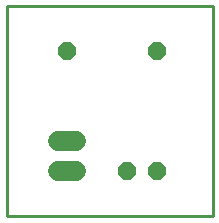
<source format=gbr>
G04 EAGLE Gerber RS-274X export*
G75*
%MOMM*%
%FSLAX34Y34*%
%LPD*%
%INSoldermask Bottom*%
%IPPOS*%
%AMOC8*
5,1,8,0,0,1.08239X$1,22.5*%
G01*
%ADD10C,1.727200*%
%ADD11P,1.649562X8X202.500000*%
%ADD12P,1.649562X8X22.500000*%
%ADD13C,0.254000*%


D10*
X502920Y482600D02*
X487680Y482600D01*
X487680Y508000D02*
X502920Y508000D01*
D11*
X571500Y482600D03*
X546100Y482600D03*
D12*
X495300Y584200D03*
X571500Y584200D03*
D13*
X444500Y444500D02*
X619000Y444500D01*
X619000Y622200D01*
X444500Y622200D01*
X444500Y444500D01*
M02*

</source>
